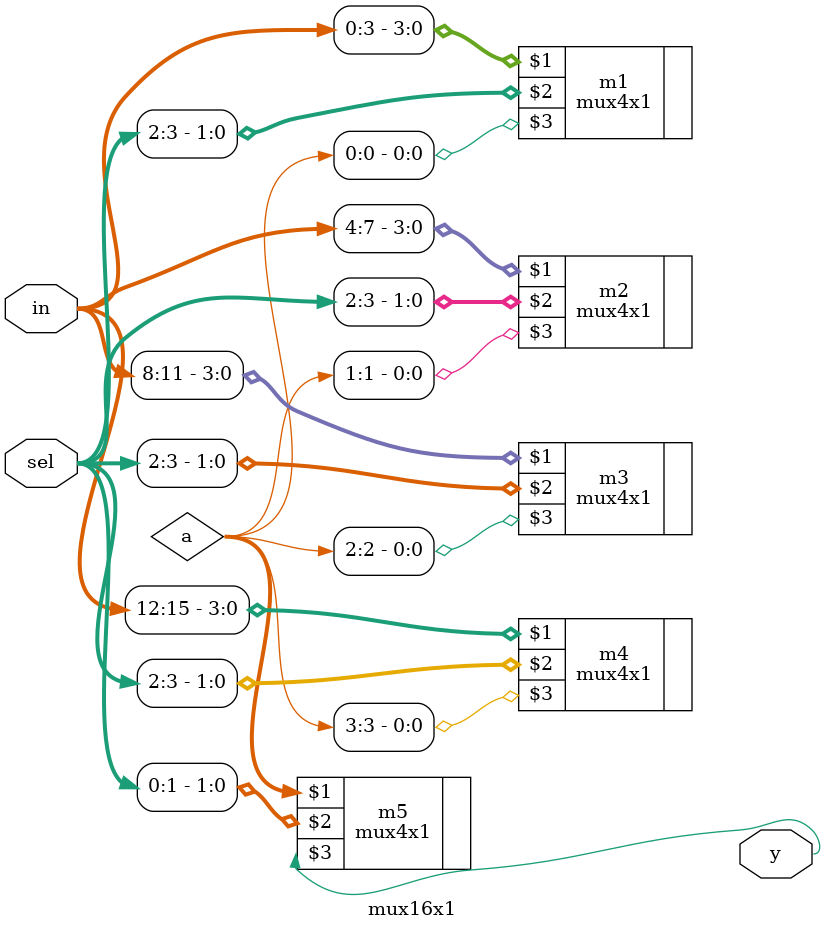
<source format=v>
module mux16x1(in,sel,y);

input [0:15] in;
input [0:3] sel;
output y;
wire [0:3] a;

mux4x1 m1(in[0:3],sel[2:3],a[0]);
mux4x1 m2(in[4:7],sel[2:3],a[1]);
mux4x1 m3(in[8:11],sel[2:3],a[2]);
mux4x1 m4(in[12:15],sel[2:3],a[3]);
mux4x1 m5(a[0:3],sel[0:1],y);

endmodule

</source>
